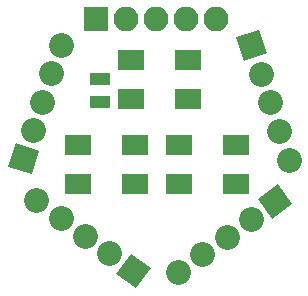
<source format=gbr>
G04 #@! TF.FileFunction,Soldermask,Top*
%FSLAX46Y46*%
G04 Gerber Fmt 4.6, Leading zero omitted, Abs format (unit mm)*
G04 Created by KiCad (PCBNEW 4.0.7) date 01/18/18 14:58:40*
%MOMM*%
%LPD*%
G01*
G04 APERTURE LIST*
%ADD10C,0.100000*%
%ADD11R,2.200000X1.800000*%
%ADD12R,1.700000X1.100000*%
%ADD13C,2.100000*%
%ADD14R,2.100000X2.100000*%
%ADD15O,2.100000X2.100000*%
G04 APERTURE END LIST*
D10*
D11*
X157700000Y-86250000D03*
X157700000Y-89550000D03*
X162500000Y-89550000D03*
X162500000Y-86250000D03*
X161800000Y-93400000D03*
X161800000Y-96700000D03*
X166600000Y-96700000D03*
X166600000Y-93400000D03*
X153250000Y-93450000D03*
X153250000Y-96750000D03*
X158050000Y-96750000D03*
X158050000Y-93450000D03*
D12*
X155100000Y-87850000D03*
X155100000Y-89750000D03*
D10*
G36*
X157667707Y-102633358D02*
X159366642Y-103867707D01*
X158132293Y-105566642D01*
X156433358Y-104332293D01*
X157667707Y-102633358D01*
X157667707Y-102633358D01*
G37*
D13*
X155845097Y-102607025D02*
X155845097Y-102607025D01*
X153790194Y-101114051D02*
X153790194Y-101114051D01*
X151735291Y-99621076D02*
X151735291Y-99621076D01*
X149680387Y-98128102D02*
X149680387Y-98128102D01*
D14*
X154750000Y-82750000D03*
D15*
X157290000Y-82750000D03*
X159830000Y-82750000D03*
X162370000Y-82750000D03*
X164910000Y-82750000D03*
D10*
G36*
X168433358Y-97967707D02*
X170132293Y-96733358D01*
X171366642Y-98432293D01*
X169667707Y-99666642D01*
X168433358Y-97967707D01*
X168433358Y-97967707D01*
G37*
D13*
X167845097Y-99692975D02*
X167845097Y-99692975D01*
X165790194Y-101185949D02*
X165790194Y-101185949D01*
X163735291Y-102678924D02*
X163735291Y-102678924D01*
X161680387Y-104171898D02*
X161680387Y-104171898D01*
D10*
G36*
X167225859Y-86323077D02*
X166576923Y-84325859D01*
X168574141Y-83676923D01*
X169223077Y-85674141D01*
X167225859Y-86323077D01*
X167225859Y-86323077D01*
G37*
D13*
X168684903Y-87415684D02*
X168684903Y-87415684D01*
X169469806Y-89831367D02*
X169469806Y-89831367D01*
X170254709Y-92247051D02*
X170254709Y-92247051D01*
X171039613Y-94662734D02*
X171039613Y-94662734D01*
D10*
G36*
X149923077Y-93925859D02*
X149274141Y-95923077D01*
X147276923Y-95274141D01*
X147925859Y-93276923D01*
X149923077Y-93925859D01*
X149923077Y-93925859D01*
G37*
D13*
X149384903Y-92184316D02*
X149384903Y-92184316D01*
X150169806Y-89768633D02*
X150169806Y-89768633D01*
X150954709Y-87352949D02*
X150954709Y-87352949D01*
X151739613Y-84937266D02*
X151739613Y-84937266D01*
M02*

</source>
